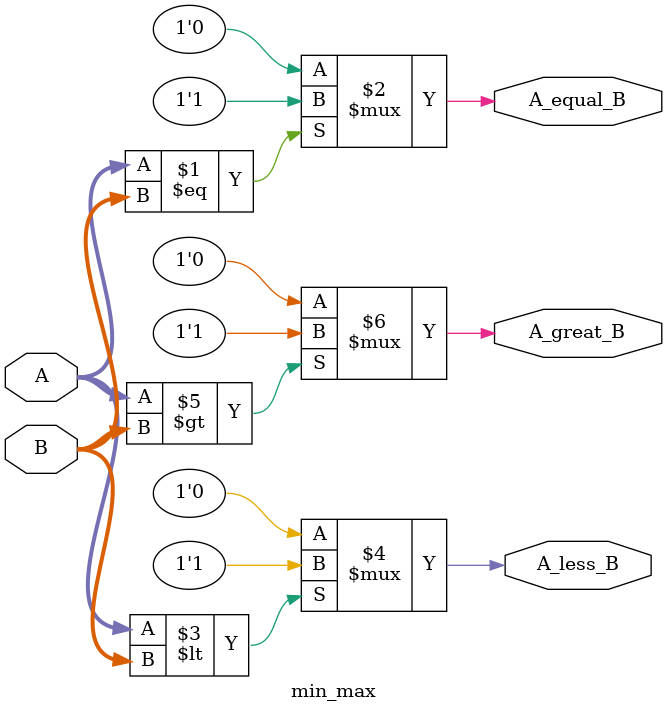
<source format=v>
module min_max(
    input [3:0] A,B,
    output A_less_B, A_great_B, A_equal_B
);

assign A_equal_B = (A==B)?1'b1:1'b0;
assign A_less_B = (A<B)?1'b1:1'b0;
assign A_great_B = (A>B)?1'b1:1'b0;

endmodule
</source>
